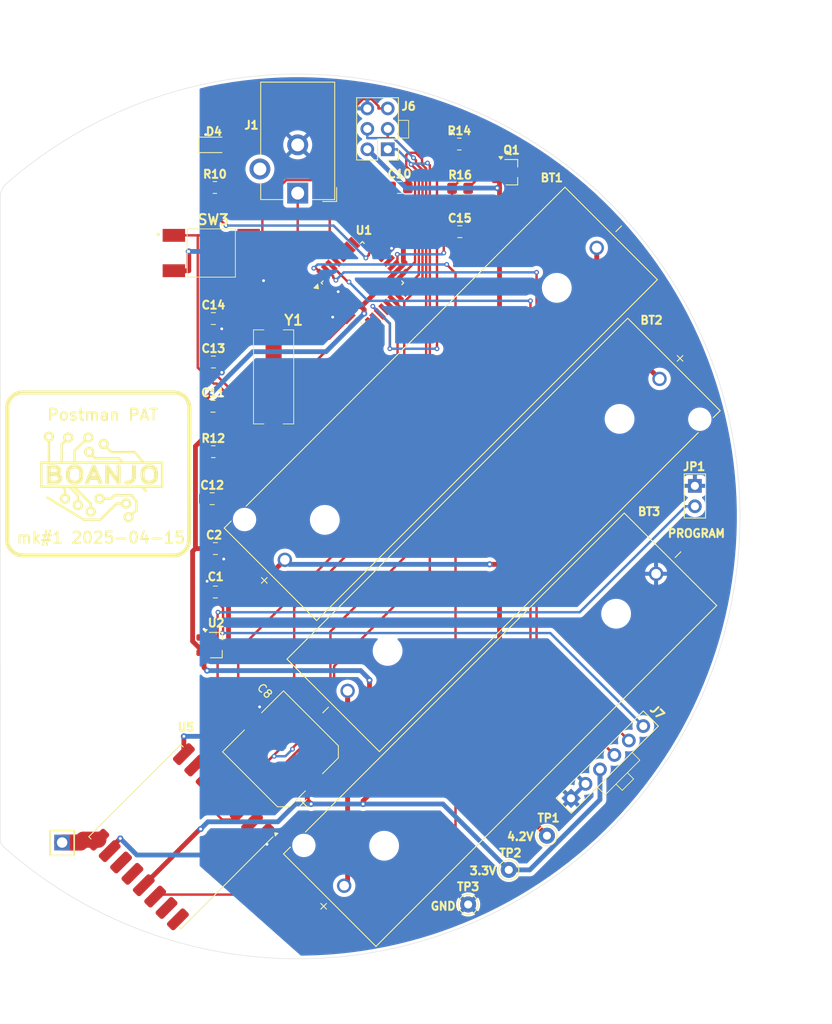
<source format=kicad_pcb>
(kicad_pcb (version 20241229) (generator "pcbnew") (generator_version "9.0")
  (layers (0 "F.Cu" signal) (2 "B.Cu" signal) (13 "F.Paste" user) (15 "B.Paste" user) (5 "F.SilkS" user "F.Silkscreen") (7 "B.SilkS" user "B.Silkscreen") (1 "F.Mask" user) (3 "B.Mask" user) (25 "Edge.Cuts" user))
  (net 0 "")
  (net 1 "ANTENNA")
  (net 2 "GND")
  (net 3 "RAW")
  (net 4 "+3.3V")
  (net 5 "Net-(J7-Pin_6)")
  (net 6 "Net-(J6-~{RST})")
  (net 7 "Net-(U1-XTAL2{slash}PB7)")
  (net 8 "Net-(U1-XTAL1{slash}PB6)")
  (net 9 "Net-(D4-A)")
  (net 10 "MOSI")
  (net 11 "SCK")
  (net 12 "MISO")
  (net 13 "TXD")
  (net 14 "RXD")
  (net 15 "Net-(U5-RESET)")
  (net 16 "Net-(U1-PC0)")
  (net 17 "Net-(U1-ADC6)")
  (net 18 "SWITCH_PIN")
  (net 26 "NSS")
  (net 30 "Net-(Q1-Pad3)")
  (net 32 "DIO0")
  (net 39 "BAT2")
  (net 40 "BAT1")
  (net 41 "DIVIDER_CTRL")
  (footprint "Capacitor_SMD:C_0805_2012Metric_Pad1.18x1.45mm_HandSolder" (layer "F.Cu") (at 116.333422 69.629078)
    (property "Reference" "C10")
    (property "Value" "0.1uF")
  )
  (footprint "boan_devices:Battery Holder 1xAA" (layer "F.Cu") (at 121.466822 96.533178 45)
    (property "Reference" "BT1")
    (property "Value" "Battery_Holder_1xAA")
  )
  (footprint "Package_QFP:TQFP-32_7x7mm_P0.8mm" (layer "F.Cu") (at 111.720922 81.479078 45)
    (property "Reference" "U1")
    (property "Value" "ATmega328P-A")
  )
  (footprint "boan_devices:AVR ISP 6p" (layer "F.Cu") (at 114.870922 64.879078 180)
    (property "Reference" "J6")
    (property "Value" "ISP MEGA")
  )
  (footprint "boan_devices:Antenna 868MHz" (layer "F.Cu") (at 74.370922 151.179078)
    (property "Reference" "AE1" (hide yes))
    (property "Value" "Antenna" (hide yes))
  )
  (footprint "Resistor_SMD:R_0805_2012Metric_Pad1.20x1.40mm_HandSolder" (layer "F.Cu") (at 123.770922 64.229078)
    (property "Reference" "R14")
    (property "Value" "100k")
  )
  (footprint "Connector_Pin:Pin_D1.0mm_L10.0mm" (layer "F.Cu") (at 129.920922 154.479078)
    (property "Reference" "TP2")
    (property "Value" "3.3V" (hide yes))
  )
  (footprint "Capacitor_SMD:C_0805_2012Metric_Pad1.18x1.45mm_HandSolder" (layer "F.Cu") (at 93.033422 108.329078)
    (property "Reference" "C12")
    (property "Value" "0.1uF")
  )
  (footprint "Package_TO_SOT_SMD:SOT-23_Handsoldering" (layer "F.Cu") (at 130.270922 67.729078)
    (property "Reference" "Q1")
    (property "Value" "ISS55EP06LMXTSA1")
  )
  (footprint "boan_devices:Jumper 2p" (layer "F.Cu") (at 153.070922 108.029078)
    (property "Reference" "JP1")
    (property "Value" "~")
  )
  (footprint "Capacitor_SMD:C_0805_2012Metric_Pad1.18x1.45mm_HandSolder" (layer "F.Cu") (at 93.433422 114.529078)
    (property "Reference" "C2")
    (property "Value" "4.7uF")
  )
  (footprint "boan_devices:FTDI 6p" (layer "F.Cu") (at 137.670922 145.579078 135)
    (property "Reference" "J7")
    (property "Value" "FTDI MEGA")
  )
  (footprint "Resistor_SMD:R_0805_2012Metric_Pad1.20x1.40mm_HandSolder" (layer "F.Cu") (at 93.370922 69.629078)
    (property "Reference" "R10")
    (property "Value" "1k")
  )
  (footprint "LED_SMD:LED_0805_2012Metric_Pad1.15x1.40mm_HandSolder" (layer "F.Cu") (at 93.245922 64.329078)
    (property "Reference" "D4")
    (property "Value" "BLUE")
  )
  (footprint "Capacitor_SMD:CP_Elec_10x10.5" (layer "F.Cu") (at 101.901122 139.798878 135)
    (property "Reference" "C8")
    (property "Value" "470uF")
  )
  (footprint "Capacitor_SMD:C_0805_2012Metric_Pad1.18x1.45mm_HandSolder" (layer "F.Cu") (at 93.133422 96.829078)
    (property "Reference" "C11")
    (property "Value" "0.1uF")
  )
  (footprint "Capacitor_SMD:C_0805_2012Metric_Pad1.18x1.45mm_HandSolder" (layer "F.Cu") (at 123.833422 75.129078)
    (property "Reference" "C15")
    (property "Value" "0.1uF")
  )
  (footprint "boan_devices:Crystal SMD FOXSDLF08020" (layer "F.Cu") (at 100.670922 93.179078 90)
    (property "Reference" "Y1")
    (property "Value" "Crystal" (hide yes))
  )
  (footprint "Resistor_SMD:R_0805_2012Metric_Pad1.20x1.40mm_HandSolder" (layer "F.Cu") (at 93.170922 102.479078)
    (property "Reference" "R12")
    (property "Value" "10k")
  )
  (footprint "Resistor_SMD:R_0805_2012Metric_Pad1.20x1.40mm_HandSolder" (layer "F.Cu") (at 123.870922 69.729078)
    (property "Reference" "R16")
    (property "Value" "560k")
  )
  (footprint "boan_devices:Jack DC" (layer "F.Cu") (at 103.670922 70.329078 180)
    (property "Reference" "J1")
    (property "Value" "Jack-DC")
  )
  (footprint "Capacitor_SMD:C_0805_2012Metric_Pad1.18x1.45mm_HandSolder" (layer "F.Cu") (at 93.183422 91.329078)
    (property "Reference" "C13")
    (property "Value" "22pF")
  )
  (footprint "Capacitor_SMD:C_0805_2012Metric_Pad1.18x1.45mm_HandSolder" (layer "F.Cu") (at 93.183422 85.929078)
    (property "Reference" "C14")
    (property "Value" "22pF")
  )
  (footprint "boan_devices:Battery Holder 1xAA" (layer "F.Cu") (at 129.275022 112.824978 -135)
    (property "Reference" "BT2")
    (property "Value" "Battery_Holder_1xAA")
  )
  (footprint "Package_TO_SOT_SMD:SOT-23_Handsoldering" (layer "F.Cu") (at 93.520922 126.529078)
    (property "Reference" "U2")
    (property "Value" "MCP1700x-330xxTT")
  )
  (footprint "Connector_Pin:Pin_D1.0mm_L10.0mm" (layer "F.Cu") (at 134.670922 150.229078)
    (property "Reference" "TP1")
    (property "Value" "3.7V" (hide yes))
  )
  (footprint "boan_devices:Battery Holder 1xAA" (layer "F.Cu") (at 128.845922 137.054078 45)
    (property "Reference" "BT3")
    (property "Value" "Battery_Holder_1xAA")
  )
  (footprint "Capacitor_SMD:C_0805_2012Metric_Pad1.18x1.45mm_HandSolder" (layer "F.Cu") (at 93.433422 119.929078 180)
    (property "Reference" "C1")
    (property "Value" "1uF")
  )
  (footprint "boan_devices:HOPERF_RFM9XW_SMD" (layer "F.Cu") (at 89.142122 150.358378 -135)
    (property "Reference" "U5")
    (property "Value" "RFM95W-868S2")
  )
  (footprint "boan_devices:tactile smd 13019319" (layer "F.Cu") (at 92.070922 77.779078)
    (property "Reference" "SW3")
    (property "Value" "RESET ATMEGA" (hide yes))
  )
  (footprint "Connector_Pin:Pin_D1.0mm_L10.0mm" (layer "F.Cu") (at 124.870922 158.779078)
    (property "Reference" "TP3")
    (property "Value" "GND" (hide yes))
  )
  (gr_line (start 77.929655 109.423487) (end 77.929655 108.923487) (stroke (width 0.1)) (layer "F.SilkS"))
  (gr_line (start 83.401085 102.522557) (end 84.433111 103.759404) (stroke (width 0.3)) (layer "F.SilkS"))
  (gr_line (start 83.004668 107.887397) (end 83.628121 108.686788) (stroke (width 0.3)) (layer "F.SilkS"))
  (gr_line (start 79.869682 101.890068) (end 80.485149 102.528286) (stroke (width 0.3)) (layer "F.SilkS"))
  (gr_circle (center 77.729655 102.523487) (end 78.229655 102.523487) (stroke (width 0.3)) (fill no) (layer "F.SilkS"))
  (gr_line (start 74.729655 107.823487) (end 74.729655 107.173487) (stroke (width 0.3)) (layer "F.SilkS"))
  (gr_circle (center 82.629655 110.623487) (end 83.129655 110.623487) (stroke (width 0.3)) (fill no) (layer "F.SilkS"))
  (gr_line (start 90.202797 97.204452) (end 90.163425 113.465443) (stroke (width 0.508)) (layer "F.SilkS"))
  (gr_circle (center 76.329655 109.123487) (end 76.829655 109.123487) (stroke (width 0.3)) (fill no) (layer "F.SilkS"))
  (gr_line (start 74.795421 101.095358) (end 74.321009 101.56977) (stroke (width 0.3)) (layer "F.SilkS"))
  (gr_circle (center 72.729655 100.623487) (end 73.229655 100.623487) (stroke (width 0.3)) (fill no) (layer "F.SilkS"))
  (gr_line (start 75.913603 102.356424) (end 75.913603 103.788612) (stroke (width 0.3)) (layer "F.SilkS"))
  (gr_line (start 86.807128 103.838307) (end 86.807128 106.838099) (stroke (width 0.3)) (layer "F.SilkS"))
  (gr_arc (start 67.542186 97.026564) (mid 68.148735 95.627117) (end 69.58469 95.11293) (stroke (width 0.508)) (layer "F.SilkS"))
  (gr_arc (start 68.82372 115.379076) (mid 68.814024 115.37506) (end 68.810008 115.365364) (stroke (width 0.3048)) (layer "F.SilkS"))
  (gr_line (start 74.729655 107.173487) (end 74.429655 106.873487) (stroke (width 0.3)) (layer "F.SilkS"))
  (gr_line (start 71.782246 103.838307) (end 86.807128 103.838307) (stroke (width 0.3)) (layer "F.SilkS"))
  (gr_line (start 72.729655 101.123487) (end 72.729655 103.765697) (stroke (width 0.3)) (layer "F.SilkS"))
  (gr_circle (center 79.529655 101.523487) (end 80.029655 101.523487) (stroke (width 0.3)) (fill no) (layer "F.SilkS"))
  (gr_arc (start 69.447186 115.365364) (mid 68.053368 114.757883) (end 67.543711 113.325398) (stroke (width 0.508)) (layer "F.SilkS"))
  (gr_line (start 76.329655 107.923487) (end 75.329655 106.923487) (stroke (width 0.3)) (layer "F.SilkS"))
  (gr_line (start 83.628121 108.686788) (end 83.628121 109.774898) (stroke (width 0.3)) (layer "F.SilkS"))
  (gr_line (start 81.429655 108.923487) (end 81.15914 108.923487) (stroke (width 0.3)) (layer "F.SilkS"))
  (gr_line (start 74.321009 101.56977) (end 74.321009 103.765697) (stroke (width 0.3)) (layer "F.SilkS"))
  (gr_circle (center 77.929655 109.923487) (end 78.429655 109.923487) (stroke (width 0.3)) (fill no) (layer "F.SilkS"))
  (gr_line (start 86.807128 106.838099) (end 71.782246 106.838099) (stroke (width 0.3)) (layer "F.SilkS"))
  (gr_line (start 81.829655 108.923487) (end 81.429655 108.923487) (stroke (width 0.3)) (layer "F.SilkS"))
  (gr_line (start 79.123516 110.936117) (end 77.06625 110.936117) (stroke (width 0.3)) (layer "F.SilkS"))
  (gr_line (start 78.067033 102.892508) (end 78.476289 103.29013) (stroke (width 0.3)) (layer "F.SilkS"))
  (gr_line (start 77.06625 110.936117) (end 72.516191 108.179571) (stroke (width 0.3)) (layer "F.SilkS"))
  (gr_line (start 69.58469 95.11293) (end 88.237827 95.11293) (stroke (width 0.508)) (layer "F.SilkS"))
  (gr_line (start 78.476289 103.29013) (end 81.429655 103.29013) (stroke (width 0.3)) (layer "F.SilkS"))
  (gr_circle (center 74.729655 108.323487) (end 75.229655 108.323487) (stroke (width 0.3)) (fill no) (layer "F.SilkS"))
  (gr_line (start 69.447186 115.379077) (end 88.120922 115.379078) (stroke (width 0.508)) (layer "F.SilkS"))
  (gr_line (start 77.929655 108.923487) (end 75.929655 106.923487) (stroke (width 0.3)) (layer "F.SilkS"))
  (gr_line (start 84.329834 106.838099) (end 84.766271 107.351754) (stroke (width 0.3)) (layer "F.SilkS"))
  (gr_circle (center 82.329655 108.923487) (end 82.829655 108.923487) (stroke (width 0.3)) (fill no) (layer "F.SilkS"))
  (gr_line (start 80.870853 107.890103) (end 83.004668 107.887397) (stroke (width 0.3)) (layer "F.SilkS"))
  (gr_circle (center 75.129655 100.723487) (end 75.629655 100.723487) (stroke (width 0.3)) (fill no) (layer "F.SilkS"))
  (gr_line (start 76.329655 108.623487) (end 76.329655 107.923487) (stroke (width 0.3)) (layer "F.SilkS"))
  (gr_line (start 77.929655 109.423487) (end 77.929655 108.923487) (stroke (width 0.3)) (layer "F.SilkS"))
  (gr_line (start 81.15914 108.923487) (end 79.123516 110.936117) (stroke (width 0.3)) (layer "F.SilkS"))
  (gr_line (start 79.529655 108.323487) (end 80.429655 108.323487) (stroke (width 0.3)) (layer "F.SilkS"))
  (gr_line (start 77.250024 101.048879) (end 75.913603 102.356424) (stroke (width 0.3)) (layer "F.SilkS"))
  (gr_line (start 80.485149 102.528286) (end 83.401085 102.522557) (stroke (width 0.3)) (layer "F.SilkS"))
  (gr_line (start 67.542186 113.331496) (end 67.542186 97.026564) (stroke (width 0.508)) (layer "F.SilkS"))
  (gr_arc (start 88.255887 95.112674) (mid 89.671019 95.710162) (end 90.202541 97.151369) (stroke (width 0.508)) (layer "F.SilkS"))
  (gr_line (start 71.782246 106.838099) (end 71.782246 103.838307) (stroke (width 0.3)) (layer "F.SilkS"))
  (gr_line (start 81.429655 103.29013) (end 81.85136 103.725348) (stroke (width 0.3)) (layer "F.SilkS"))
  (gr_line (start 80.429655 108.323487) (end 80.870853 107.890103) (stroke (width 0.3)) (layer "F.SilkS"))
  (gr_circle (center 79.029655 108.323487) (end 79.529655 108.323487) (stroke (width 0.3)) (fill no) (layer "F.SilkS"))
  (gr_circle (center 77.629655 100.723487) (end 78.129655 100.723487) (stroke (width 0.3)) (fill no) (layer "F.SilkS"))
  (gr_line (start 83.628121 109.774898) (end 83.010995 110.300099) (stroke (width 0.3)) (layer "F.SilkS"))
  (gr_arc (start 90.163425 113.465443) (mid 89.556877 114.864891) (end 88.120922 115.379078) (stroke (width 0.508)) (layer "F.SilkS"))
  (gr_arc (start 66.668408 70.830686) (mid 66.838619 69.97498) (end 67.323337 69.249547) (stroke (width 0.05)) (layer "Edge.Cuts"))
  (gr_arc (start 67.323337 69.249547) (mid 158.679835 110.712229) (end 67.052402 151.572691) (stroke (width 0.05)) (layer "Edge.Cuts"))
  (gr_arc (start 67.054792 151.572691) (mid 66.772155 151.149695) (end 66.672906 150.650737) (stroke (width 0.05)) (layer "Edge.Cuts"))
  (gr_line (start 66.67293 150.650737) (end 66.668408 70.830678) (stroke (width 0.05)) (layer "Edge.Cuts"))
  (gr_text "mk#1 2025-04-15" (at 68.564713 113.987964 0) (layer "F.SilkS") (effects (font (size 1.4 1.4) (thickness 0.25) (bold yes)) (justify left bottom)))
  (gr_text "4.2V" (at 129.570922 150.929078 0) (layer "F.SilkS") (effects (font (size 1 1) (thickness 0.25)) (justify left bottom)))
  (gr_text "GND" (at 120.070922 159.579078 0) (layer "F.SilkS") (effects (font (size 1 1) (thickness 0.25)) (justify left bottom)))
  (gr_text "Postman PAT" (at 72.383111 98.709404 0) (layer "F.SilkS") (effects (font (size 1.4 1.4) (thickness 0.25) (bold yes)) (justify left bottom)))
  (gr_text "BOANJO" (at 71.782246 106.592744 0) (layer "F.SilkS") (effects (font (size 2 2.5) (thickness 0.5) (bold yes)) (justify left bottom)))
  (gr_text "3.3V" (at 124.920922 155.179078 0) (layer "F.SilkS") (effects (font (size 1 1) (thickness 0.25)) (justify left bottom)))
  (gr_text "PROGRAM" (at 149.570922 113.229078 0) (layer "F.SilkS") (effects (font (size 1 1) (thickness 0.25)) (justify left bottom)))
  (segment (start 76.647922 151.079078) (end 76.996922 150.729078) (width 2) (layer "F.Cu") (net 1))
  (segment (start 76.996922 150.729078) (end 78.870922 150.729078) (width 2) (layer "F.Cu") (net 1))
  (segment (start 74.370922 151.079078) (end 76.647922 151.079078) (width 2) (layer "F.Cu") (net 1))
  (segment (start 78.870922 150.729078) (end 78.871422 150.729578) (width 2) (layer "F.Cu") (net 1))
  (segment (start 108.998922 84.767078) (end 108.019922 85.745978) (width 0.6) (layer "F.Cu") (net 2))
  (segment (start 94.170922 96.829078) (end 94.170922 95.563978) (width 0.6) (layer "F.Cu") (net 2))
  (segment (start 92.020922 125.579078) (end 92.020922 124.555778) (width 0.6) (layer "F.Cu") (net 2))
  (segment (start 99.412922 150.427578) (end 99.412822 150.427478) (width 0.6) (layer "F.Cu") (net 2))
  (segment (start 92.395922 119.929078) (end 92.395922 118.589478) (width 0.6) (layer "F.Cu") (net 2))
  (segment (start 81.606922 150.573078) (end 80.285922 151.895078) (width 0.6) (layer "F.Cu") (net 2))
  (segment (start 114.442922 78.191078) (end 115.312922 77.321978) (width 0.5498) (layer "F.Cu") (net 2))
  (segment (start 89.512922 140.087678) (end 89.512922 138.980678) (width 0.6) (layer "F.Cu") (net 2))
  (segment (start 89.512922 138.980678) (end 89.513322 138.981078) (width 0.6) (layer "F.Cu") (net 2))
  (segment (start 94.220922 92.623978) (end 94.220922 91.329078) (width 0.6) (layer "F.Cu") (net 2))
  (segment (start 80.285922 151.895078) (end 80.285922 152.019578) (width 0.6) (layer "F.Cu") (net 2))
  (segment (start 89.512922 138.980678) (end 89.512922 137.873778) (width 0.6) (layer "F.Cu") (net 2))
  (segment (start 98.930922 135.520678) (end 98.931322 135.521078) (width 0.6) (layer "F.Cu") (net 2))
  (segment (start 88.270922 79.979078) (end 90.124922 79.979078) (width 0.6) (layer "F.Cu") (net 2))
  (segment (start 98.931322 135.521078) (end 98.931322 136.829078) (width 0.6) (layer "F.Cu") (net 2))
  (segment (start 80.285922 152.019578) (end 80.285922 152.144078) (width 0.6) (layer "F.Cu") (net 2))
  (segment (start 108.735922 82.766678) (end 108.702922 82.733378) (width 0.5498) (layer "F.Cu") (net 2))
  (segment (start 94.220922 87.201878) (end 94.220922 85.929078) (width 0.6) (layer "F.Cu") (net 2))
  (segment (start 99.424922 79.979078) (end 99.424922 81.210978) (width 0.6) (layer "F.Cu") (net 2))
  (segment (start 122.770922 62.950278) (end 122.770922 64.229078) (width 0.6) (layer "F.Cu") (net 2))
  (segment (start 98.930922 134.212378) (end 98.930922 135.520678) (width 0.6) (layer "F.Cu") (net 2))
  (segment (start 80.285622 152.019878) (end 80.285622 152.143778) (width 0.6) (layer "F.Cu") (net 2))
  (segment (start 90.124922 79.979078) (end 90.124922 77.583078) (width 0.6) (layer "F.Cu") (net 2))
  (segment (start 108.702922 82.582078) (end 108.702922 82.697678) (width 0.6) (layer "F.Cu") (net 2))
  (segment (start 124.870922 75.129078) (end 124.870922 73.849178) (width 0.6) (layer "F.Cu") (net 2))
  (segment (start 99.412922 150.868078) (end 99.412922 150.427578) (width 0.6) (layer "F.Cu") (net 2))
  (segment (start 99.848922 151.304078) (end 99.412922 150.868078) (width 0.6) (layer "F.Cu") (net 2))
  (segment (start 98.930922 135.520678) (end 98.930922 136.829078) (width 0.6) (layer "F.Cu") (net 2))
  (segment (start 92.220922 63.055178) (end 92.220922 64.329078) (width 0.6) (layer "F.Cu") (net 2))
  (segment (start 80.285922 152.019578) (end 80.285622 152.019878) (width 0.6) (layer "F.Cu") (net 2))
  (segment (start 97.570922 79.979078) (end 99.424922 79.979078) (width 0.6) (layer "F.Cu") (net 2))
  (segment (start 89.513322 138.981078) (end 89.513322 140.087678) (width 0.6) (layer "F.Cu") (net 2))
  (segment (start 107.866922 83.635778) (end 108.735922 82.766678) (width 0.5498) (layer "F.Cu") (net 2))
  (segment (start 115.312922 77.321978) (end 115.278922 77.288678) (width 0.5498) (layer "F.Cu") (net 2))
  (segment (start 99.412922 150.427578) (end 99.412922 149.987078) (width 0.6) (layer "F.Cu") (net 2))
  (segment (start 115.278922 77.288678) (end 115.278922 77.252878) (width 0.5498) (layer "F.Cu") (net 2))
  (segment (start 108.702922 82.733378) (end 108.702922 82.697678) (width 0.5498) (layer "F.Cu") (net 2))
  (segment (start 117.370922 69.629078) (end 117.370922 68.312878) (width 0.6) (layer "F.Cu") (net 2))
  (segment (start 94.470922 115.827078) (end 94.470922 114.529078) (width 0.6) (layer "F.Cu") (net 2))
  (segment (start 99.412822 150.427478) (end 99.412822 149.987178) (width 0.6) (layer "F.Cu") (net 2))
  (segment (start 115.278922 77.252878) (end 115.343922 77.187778) (width 0.6) (layer "F.Cu") (net 2))
  (via (at 124.870922 73.849178) (size 0.7564) (drill 0.35) (layers "F.Cu" "B.Cu") (net 2))
  (via (at 99.424922 81.210978) (size 0.7564) (drill 0.35) (layers "F.Cu" "B.Cu") (net 2))
  (via (at 94.170922 95.563978) (size 0.7564) (drill 0.35) (layers "F.Cu" "B.Cu") (net 2))
  (via (at 94.220922 92.623978) (size 0.7564) (drill 0.35) (layers "F.Cu" "B.Cu") (net 2))
  (via (at 92.395922 118.589478) (size 0.7564) (drill 0.35) (layers "F.Cu" "B.Cu") (net 2))
  (via (at 108.019922 85.745978) (size 0.7564) (drill 0.35) (layers "F.Cu" "B.Cu") (net 2))
  (via (at 115.343922 77.187778) (size 0.7564) (drill 0.35) (layers "F.Cu" "B.Cu") (net 2))
  (via (at 94.220922 87.201878) (size 0.7564) (drill 0.35) (layers "F.Cu" "B.Cu") (net 2))
  (via (at 90.124922 77.583078) (size 0.7564) (drill 0.35) (layers "F.Cu" "B.Cu") (net 2))
  (via (at 99.848922 151.304078) (size 0.7564) (drill 0.35) (layers "F.Cu" "B.Cu") (net 2))
  (via (at 117.370922 68.312878) (size 0.7564) (drill 0.35) (layers "F.Cu" "B.Cu") (net 2))
  (via (at 122.770922 62.950278) (size 0.7564) (drill 0.35) (layers "F.Cu" "B.Cu") (net 2))
  (via (at 92.220922 63.055178) (size 0.7564) (drill 0.35) (layers "F.Cu" "B.Cu") (net 2))
  (via (at 92.020922 124.555778) (size 0.7564) (drill 0.35) (layers "F.Cu" "B.Cu") (net 2))
  (via (at 94.470922 115.827078) (size 0.7564) (drill 0.35) (layers "F.Cu" "B.Cu") (net 2))
  (via (at 108.702922 82.582078) (size 0.7564) (drill 0.35) (layers "F.Cu" "B.Cu") (net 2))
  (via (at 89.512922 137.873778) (size 0.7564) (drill 0.35) (layers "F.Cu" "B.Cu") (net 2))
  (via (at 98.930922 134.212378) (size 0.7564) (drill 0.35) (layers "F.Cu" "B.Cu") (net 2))
  (via (at 81.606922 150.573078) (size 0.7564) (drill 0.35) (layers "F.Cu" "B.Cu") (net 2))
  (segment (start 93.786922 137.873778) (end 89.512922 137.873778) (width 0.6) (layer "B.Cu") (net 2))
  (segment (start 93.786922 77.583078) (end 90.124922 77.583078) (width 0.6) (layer "B.Cu") (net 2))
  (segment (start 93.943922 152.632078) (end 83.665922 152.632078) (width 0.6) (layer "B.Cu") (net 2))
  (segment (start 83.665922 152.632078) (end 81.606922 150.573078) (width 0.6) (layer "B.Cu") (net 2))
  (segment (start 128.485922 69.698278) (end 128.770922 69.698278) (width 0.6) (layer "F.Cu") (net 3))
  (segment (start 127.546922 116.486478) (end 128.770922 116.486478) (width 0.6) (layer "F.Cu") (net 3))
  (segment (start 95.020922 126.529078) (end 95.066922 126.482878) (width 0.6) (layer "F.Cu") (net 3))
  (segment (start 128.770922 69.698278) (end 128.770922 68.679078) (width 0.6) (layer "F.Cu") (net 3))
  (segment (start 128.770922 144.329078) (end 128.770922 116.486478) (width 0.6) (layer "F.Cu") (net 3))
  (segment (start 102.070922 115.929078) (end 97.520922 120.479078) (width 0.6) (layer "F.Cu") (net 3))
  (segment (start 134.670922 150.229078) (end 128.770922 144.329078) (width 0.6) (layer "F.Cu") (net 3))
  (segment (start 97.520922 120.479078) (end 95.066922 120.479078) (width 0.6) (layer "F.Cu") (net 3))
  (segment (start 95.020922 120.479078) (end 94.470922 119.929078) (width 0.6) (layer "F.Cu") (net 3))
  (segment (start 128.770922 116.486478) (end 128.770922 69.698278) (width 0.6) (layer "F.Cu") (net 3))
  (segment (start 95.066922 126.482878) (end 95.066922 120.479078) (width 0.6) (layer "F.Cu") (net 3))
  (segment (start 95.066922 120.479078) (end 95.020922 120.479078) (width 0.6) (layer "F.Cu") (net 3))
  (via (at 127.546922 116.486478) (size 0.7564) (drill 0.35) (layers "F.Cu" "B.Cu") (net 3))
  (via (at 128.485922 69.698278) (size 0.7564) (drill 0.35) (layers "F.Cu" "B.Cu") (net 3))
  (segment (start 112.330922 64.879078) (end 117.149922 69.698278) (width 0.6) (layer "B.Cu") (net 3))
  (segment (start 117.149922 69.698278) (end 128.485922 69.698278) (width 0.6) (layer "B.Cu") (net 3))
  (segment (start 102.070922 115.929078) (end 102.627922 116.486478) (width 0.6) (layer "B.Cu") (net 3))
  (segment (start 102.627922 116.486478) (end 127.546922 116.486478) (width 0.6) (layer "B.Cu") (net 3))
  (segment (start 84.527922 156.386078) (end 85.156922 155.757478) (width 0.6) (layer "F.Cu") (net 4))
  (segment (start 110.450922 84.445978) (end 109.319922 83.314678) (width 0.6) (layer "F.Cu") (net 4))
  (segment (start 92.020922 127.479078) (end 92.020922 129.320922) (width 0.6) (layer "F.Cu") (net 4))
  (segment (start 84.528222 156.386478) (end 85.156922 155.757778) (width 0.6) (layer "F.Cu") (net 4))
  (segment (start 114.878122 81.150178) (end 111.582922 84.445978) (width 0.6) (layer "F.Cu") (net 4))
  (segment (start 112.6 145.1) (end 111.8 145.9) (width 0.6) (layer "F.Cu") (net 4))
  (segment (start 114.878222 81.150178) (end 114.878122 81.150178) (width 0.6) (layer "F.Cu") (net 4))
  (segment (start 111.582922 84.445978) (end 110.450922 84.445978) (width 0.6) (layer "F.Cu") (net 4))
  (segment (start 109.751522 85.145478) (end 109.564222 85.332778) (width 0.5498) (layer "F.Cu") (net 4))
  (segment (start 104.870922 145.818078) (end 105.340922 146.289078) (width 0.6) (layer "F.Cu") (net 4))
  (segment (start 92.020922 129.320922) (end 92.4 129.7) (width 0.6) (layer "F.Cu") (net 4))
  (segment (start 92.956922 95.179878) (end 92.095922 96.040678) (width 0.6) (layer "F.Cu") (net 4))
  (segment (start 116.140322 79.888078) (end 114.878222 81.150178) (width 0.6) (layer "F.Cu") (net 4))
  (segment (start 90.601922 114.877678) (end 90.601922 126.059778) (width 0.6) (layer "F.Cu") (net 4))
  (segment (start 110.449822 84.446978) (end 109.563922 85.332778) (width 0.6) (layer "F.Cu") (net 4))
  (segment (start 104.870922 142.769078) (end 104.870922 145.818078) (width 0.6) (layer "F.Cu") (net 4))
  (segment (start 110.449922 84.447078) (end 110.449822 84.446978) (width 0.6) (layer "F.Cu") (net 4))
  (segment (start 92.225922 100.533778) (end 94.170922 102.479078) (width 0.6) (layer "F.Cu") (net 4))
  (segment (start 112.6 130.9) (end 112.6 145.1) (width 0.6) (layer "F.Cu") (net 4))
  (segment (start 111.8 145.9) (end 111.8 146.289078) (width 0.6) (layer "F.Cu") (net 4))
  (segment (start 116.812922 77.940478) (end 116.812922 78.787278) (width 0.6) (layer "F.Cu") (net 4))
  (segment (start 92.095922 96.829078) (end 92.095922 100.404078) (width 0.6) (layer "F.Cu") (net 4))
  (segment (start 91.5572 149.3572) (end 85.156922 155.757478) (width 0.6) (layer "F.Cu") (net 4))
  (segment (start 90.949922 114.529078) (end 90.949922 101.809178) (width 0.6) (layer "F.Cu") (net 4))
  (segment (start 116.139922 79.888078) (end 114.878122 81.150178) (width 0.6) (layer "F.Cu") (net 4))
  (segment (start 92.395922 114.529078) (end 90.949922 114.529078) (width 0.6) (layer "F.Cu") (net 4))
  (segment (start 111.935922 84.799178) (end 111.935922 85.302478) (width 0.6) (layer "F.Cu") (net 4))
  (segment (start 116.811922 77.938978) (end 116.812922 77.940478) (width 0.6) (layer "F.Cu") (net 4))
  (segment (start 92.095922 96.040678) (end 92.095922 96.829078) (width 0.6) (layer "F.Cu") (net 4))
  (segment (start 92.095922 100.404078) (end 92.225922 100.533778) (width 0.6) (layer "F.Cu") (net 4))
  (segment (start 91.5572 149.3572) (end 91.6 149.4) (width 0.6) (layer "F.Cu") (net 4))
  (segment (start 109.319922 83.314678) (end 108.432922 84.201478) (width 0.6) (layer "F.Cu") (net 4))
  (segment (start 116.811922 71.144878) (end 116.811922 77.938978) (width 0.6) (layer "F.Cu") (net 4))
  (segment (start 110.450922 84.445978) (end 110.449822 84.446978) (width 0.6) (layer "F.Cu") (net 4))
  (segment (start 90.949922 114.529078) (end 90.601922 114.877678) (width 0.6) (layer "F.Cu") (net 4))
  (segment (start 90.601922 126.059778) (end 92.020922 127.479078) (width 0.6) (layer "F.Cu") (net 4))
  (segment (start 111.582922 84.445978) (end 111.935922 84.799178) (width 0.6) (layer "F.Cu") (net 4))
  (segment (start 85.156922 155.757778) (end 85.156922 155.757478) (width 0.6) (layer "F.Cu") (net 4))
  (segment (start 116.812922 78.787278) (end 117.026922 79.001178) (width 0.6) (layer "F.Cu") (net 4))
  (segment (start 109.751522 85.145478) (end 110.449922 84.447078) (width 0.6) (layer "F.Cu") (net 4))
  (segment (start 117.026922 79.001178) (end 116.139922 79.888078) (width 0.6) (layer "F.Cu") (net 4))
  (segment (start 90.949922 101.809178) (end 92.225922 100.533778) (width 0.6) (layer "F.Cu") (net 4))
  (segment (start 115.295922 69.629078) (end 116.811922 71.144878) (width 0.6) (layer "F.Cu") (net 4))
  (segment (start 104.870922 142.769078) (end 104.870922 142.768678) (width 0.6) (layer "F.Cu") (net 4))
  (via (at 105.340922 146.289078) (size 0.7564) (drill 0.35) (layers "F.Cu" "B.Cu") (net 4))
  (via (at 92.956922 95.179878) (size 0.7564) (drill 0.35) (layers "F.Cu" "B.Cu") (net 4))
  (via (at 112.6 130.9) (size 0.7564) (drill 0.35) (layers "F.Cu" "B.Cu") (net 4))
  (via (at 111.8 146.289078) (size 0.7564) (drill 0.35) (layers "F.Cu" "B.Cu") (net 4))
  (via (at 91.6 149.4) (size 0.7564) (drill 0.35) (layers "F.Cu" "B.Cu") (net 4))
  (via (at 111.935922 85.302478) (size 0.7564) (drill 0.35) (layers "F.Cu" "B.Cu") (net 4))
  (via (at 92.4 129.7) (size 0.7564) (drill 0.35) (layers "F.Cu" "B.Cu") (net 4))
  (segment (start 129.920922 154.479078) (end 132.533922 154.479078) (width 0.6) (layer "B.Cu") (net 4))
  (segment (start 111.935922 85.302478) (end 107.191922 90.045978) (width 0.6) (layer "B.Cu") (net 4))
  (segment (start 98.090922 90.045978) (end 92.956922 95.179878) (width 0.6) (layer "B.Cu") (net 4))
  (segment (start 103.410922 146.289078) (end 105.340922 146.289078) (width 0.6) (layer "B.Cu") (net 4))
  (segment (start 91.6 149.4) (end 92.5 148.5) (width 0.6) (layer "B.Cu") (net 4))
  (segment (start 111.8 146.289078) (end 105.340922 146.289078) (width 0.6) (layer "B.Cu") (net 4))
  (segment (start 111.5 129.7) (end 112 130.2) (width 0.6) (layer "B.Cu") (net 4))
  (segment (start 129.920922 154.479078) (end 121.730922 146.289078) (width 0.6) (layer "B.Cu") (net 4))
  (segment (start 141.262922 145.750078) (end 141.262922 143.128078) (width 0.6) (layer "B.Cu") (net 4))
  (segment (start 141.262922 143.128078) (end 141.263022 143.127978) (width 0.6) (layer "B.Cu") (net 4))
  (segment (start 141.263022 143.127978) (end 141.263022 141.986978) (width 0.6) (layer "B.Cu") (net 4))
  (segment (start 92.5 148.5) (end 101.2 148.5) (width 0.6) (layer "B.Cu") (net 4))
  (segment (start 141.262922 143.128078) (end 141.262922 141.987078) (width 0.6) (layer "B.Cu") (net 4))
  (segment (start 112 130.2) (end 112.6 130.8) (width 0.6) (layer "B.Cu") (net 4))
  (segment (start 112.6 130.8) (end 112.6 130.9) (width 0.6) (layer "B.Cu") (net 4))
  (segment (start 121.730922 146.289078) (end 111.8 146.289078) (width 0.6) (layer "B.Cu") (net 4))
  (segment (start 92.4 129.7) (end 111.5 129.7) (width 0.6) (layer "B.Cu") (net 4))
  (segment (start 107.191922 90.045978) (end 98.090922 90.045978) (width 0.6) (layer "B.Cu") (net 4))
  (segment (start 101.2 148.5) (end 103.410922 146.289078) (width 0.6) (layer "B.Cu") (net 4))
  (segment (start 132.533922 154.479078) (end 141.262922 145.750078) (width 0.6) (layer "B.Cu") (net 4))
  (segment (start 93.514922 108.885478) (end 93.514922 121.038678) (width 0.3) (layer "F.Cu") (net 5))
  (segment (start 94.070922 108.329078) (end 93.514922 108.885478) (width 0.3) (layer "F.Cu") (net 5))
  (segment (start 94.387922 121.912178) (end 94.387922 124.955778) (width 0.3) (layer "F.Cu") (net 5))
  (segment (start 93.514922 121.038678) (end 94.387922 121.912178) (width 0.3) (layer "F.Cu") (net 5))
  (segment (start 94.387922 124.955778) (end 94.312922 125.030778) (width 0.3) (layer "F.Cu") (net 5))
  (via (at 94.312922 125.030778) (size 0.6) (drill 0.3) (layers "F.Cu" "B.Cu") (net 5))
  (segment (start 94.312922 125.030778) (end 135.082922 125.030778) (width 0.3) (layer "B.Cu") (net 5))
  (segment (start 135.082922 125.030778) (end 140.866922 130.814778) (width 0.3) (layer "B.Cu") (net 5))
  (segment (start 140.866922 130.814778) (end 146.650922 136.598778) (width 0.3) (layer "B.Cu") (net 5))
  (segment (start 140.866922 130.814778) (end 140.867222 130.814778) (width 0.3) (layer "B.Cu") (net 5))
  (segment (start 140.867222 130.814778) (end 146.651222 136.598778) (width 0.3) (layer "B.Cu") (net 5))
  (segment (start 95.097922 95.524878) (end 93.580922 94.008078) (width 0.3) (layer "F.Cu") (net 6))
  (segment (start 97.570922 75.579078) (end 91.240922 75.579078) (width 0.3) (layer "F.Cu") (net 6))
  (segment (start 107.651922 68.709178) (end 107.651922 77.975878) (width 0.3) (layer "F.Cu") (net 6))
  (segment (start 92.170922 108.154078) (end 92.170922 103.511678) (width 0.3) (layer "F.Cu") (net 6))
  (segment (start 113.716922 59.510578) (end 112.834922 58.628478) (width 0.3) (layer "F.Cu") (net 6))
  (segment (start 93.580922 94.008078) (end 93.217922 94.008078) (width 0.3) (layer "F.Cu") (net 6))
  (segment (start 94.792922 103.511678) (end 95.097922 103.206378) (width 0.3) (layer "F.Cu") (net 6))
  (segment (start 99.274922 75.579078) (end 99.274922 71.690678) (width 0.3) (layer "F.Cu") (net 6))
  (segment (start 102.256922 68.709178) (end 107.651922 68.709178) (width 0.3) (layer "F.Cu") (net 6))
  (segment (start 114.870922 59.799078) (end 113.716922 59.799078) (width 0.3) (layer "F.Cu") (net 6))
  (segment (start 91.995922 108.329078) (end 92.170922 108.154078) (width 0.3) (layer "F.Cu") (net 6))
  (segment (start 92.170922 103.511678) (end 94.792922 103.511678) (width 0.3) (layer "F.Cu") (net 6))
  (segment (start 97.570922 75.579078) (end 99.274922 75.579078) (width 0.3) (layer "F.Cu") (net 6))
  (segment (start 107.651922 62.774278) (end 107.651922 68.709178) (width 0.3) (layer "F.Cu") (net 6))
  (segment (start 99.274922 71.690678) (end 102.256922 68.709178) (width 0.3) (layer "F.Cu") (net 6))
  (segment (start 113.716922 59.799078) (end 113.716922 59.510578) (width 0.3) (layer "F.Cu") (net 6))
  (segment (start 107.651922 77.975878) (end 108.432922 78.756678) (width 0.3) (layer "F.Cu") (net 6))
  (segment (start 93.217922 94.008078) (end 91.240922 92.030878) (width 0.3) (layer "F.Cu") (net 6))
  (segment (start 112.834922 58.628478) (end 111.797922 58.628478) (width 0.3) (layer "F.Cu") (net 6))
  (segment (start 111.797922 58.628478) (end 107.651922 62.774278) (width 0.3) (layer "F.Cu") (net 6))
  (segment (start 95.097922 103.206378) (end 95.097922 95.524878) (width 0.3) (layer "F.Cu") (net 6))
  (segment (start 92.170922 103.511678) (end 92.170922 102.479078) (width 0.3) (layer "F.Cu") (net 6))
  (segment (start 91.240922 75.579078) (end 88.270922 75.579078) (width 0.3) (layer "F.Cu") (net 6))
  (segment (start 91.240922 92.030878) (end 91.240922 75.579078) (width 0.3) (layer "F.Cu") (net 6))
  (segment (start 92.145922 91.329078) (end 92.145922 91.549778) (width 0.3) (layer "F.Cu") (net 7))
  (segment (start 98.524922 97.929078) (end 100.670922 97.929078) (width 0.3) (layer "F.Cu") (net 7))
  (segment (start 106.335422 90.824478) (end 101.974922 95.184778) (width 0.3) (layer "F.Cu") (net 7))
  (segment (start 109.914922 87.244978) (end 109.914922 87.244878) (width 0.3) (layer "F.Cu") (net 7))
  (segment (start 92.145922 91.549778) (end 98.524922 97.929078) (width 0.3) (layer "F.Cu") (net 7))
  (segment (start 101.974922 95.184778) (end 101.974922 97.929078) (width 0.3) (layer "F.Cu") (net 7))
  (segment (start 106.335422 90.824478) (end 109.914922 87.244978) (width 0.3) (layer "F.Cu") (net 7))
  (segment (start 110.695922 86.464178) (end 106.335422 90.824478) (width 0.3) (layer "F.Cu") (net 7))
  (segment (start 101.974922 97.929078) (end 100.670922 97.929078) (width 0.3) (layer "F.Cu") (net 7))
  (segment (start 110.695622 86.464178) (end 109.914922 87.244878) (width 0.3) (layer "F.Cu") (net 7))
  (segment (start 107.598922 88.429078) (end 100.670922 88.429078) (width 0.3) (layer "F.Cu") (net 8))
  (segment (start 92.145922 85.929078) (end 92.145922 86.141478) (width 0.3) (layer "F.Cu") (net 8))
  (segment (start 110.129922 85.898478) (end 107.598922 88.429078) (width 0.3) (layer "F.Cu") (net 8))
  (segment (start 94.433922 88.429078) (end 100.670922 88.429078) (width 0.3) (layer "F.Cu") (net 8))
  (segment (start 92.145922 86.141478) (end 94.433922 88.429078) (width 0.3) (layer "F.Cu") (net 8))
  (segment (start 94.370922 64.429078) (end 94.370922 69.629078) (width 0.3) (layer "F.Cu") (net 9))
  (segment (start 94.270922 64.329078) (end 94.370922 64.429078) (width 0.3) (layer "F.Cu") (net 9))
  (segment (start 96.584422 147.158678) (end 96.338022 147.405078) (width 0.3) (layer "F.Cu") (net 10))
  (segment (start 96.294922 147.405078) (end 96.337922 147.405078) (width 0.3) (layer "F.Cu") (net 10))
  (segment (start 116.920922 83.850878) (end 119.190922 81.580578) (width 0.3) (layer "F.Cu") (net 10))
  (segment (start 95.470922 148.229078) (end 96.294922 147.405078) (width 0.3) (layer "F.Cu") (net 10))
  (segment (start 96.337922 147.405078) (end 96.584922 147.159078) (width 0.3) (layer "F.Cu") (net 10))
  (segment (start 116.920922 108.189778) (end 103.233922 121.877378) (width 0.3) (layer "F.Cu") (net 10))
  (segment (start 118.376922 66.647378) (end 118.376922 66.248878) (width 0.3) (layer "F.Cu") (net 10))
  (segment (start 116.530422 83.460478) (end 116.920922 83.850878) (width 0.3) (layer "F.Cu") (net 10))
  (segment (start 94.270922 148.229078) (end 95.470922 148.229078) (width 0.3) (layer "F.Cu") (net 10))
  (segment (start 116.920922 83.850878) (end 116.920922 108.189778) (width 0.3) (layer "F.Cu") (net 10))
  (segment (start 119.190922 81.580578) (end 119.190922 67.461678) (width 0.3) (layer "F.Cu") (net 10))
  (segment (start 93.504922 146.066078) (end 93.504922 147.463078) (width 0.3) (layer "F.Cu") (net 10))
  (segment (start 103.233922 121.877378) (end 103.233922 136.336878) (width 0.3) (layer "F.Cu") (net 10))
  (segment (start 93.504922 147.463078) (end 94.270922 148.229078) (width 0.3) (layer "F.Cu") (net 10))
  (segment (start 119.190922 67.461678) (end 118.376922 66.647378) (width 0.3) (layer "F.Cu") (net 10))
  (segment (start 103.233922 136.336878) (end 93.504922 146.066078) (width 0.3) (layer "F.Cu") (net 10))
  (segment (start 116.530422 83.460478) (end 116.140322 83.070378) (width 0.3) (layer "F.Cu") (net 10))
  (segment (start 96.338022 147.405078) (end 96.294922 147.405078) (width 0.3) (layer "F.Cu") (net 10))
  (segment (start 116.139922 83.070078) (end 116.530422 83.460478) (width 0.3) (layer "F.Cu") (net 10))
  (segment (start 118.376922 66.248878) (end 118.064922 65.936978) (width 0.3) (layer "F.Cu") (net 10))
  (segment (start 116.140322 83.070378) (end 116.140322 83.070078) (width 0.3) (layer "F.Cu") (net 10))
  (via (at 118.064922 65.936978) (size 0.6) (drill 0.3) (layers "F.Cu" "B.Cu") (net 10))
  (segment (start 112.330922 63.493178) (end 115.620922 63.493178) (width 0.3) (layer "B.Cu") (net 10))
  (segment (start 112.330922 62.339078) (end 112.330922 63.493178) (width 0.3) (layer "B.Cu") (net 10))
  (segment (start 115.620922 63.493178) (end 118.064922 65.936978) (width 0.3) (layer "B.Cu") (net 10))
  (segment (start 119.645922 112.927978) (end 119.645922 67.273578) (width 0.3) (layer "F.Cu") (net 11))
  (segment (start 119.645922 67.273578) (end 119.132922 66.760778) (width 0.3) (layer "F.Cu") (net 11))
  (segment (start 117.096422 80.063378) (end 116.705922 80.453778) (width 0.3) (layer "F.Cu") (net 11))
  (segment (start 117.168922 67.009078) (end 118.266922 68.107578) (width 0.3) (layer "F.Cu") (net 11))
  (segment (start 107.740922 133.174178) (end 107.740922 124.832978) (width 0.3) (layer "F.Cu") (net 11))
  (segment (start 95.170222 145.744478) (end 100.562922 140.351778) (width 0.3) (layer "F.Cu") (net 11))
  (segment (start 117.168922 65.596878) (end 117.168922 67.009078) (width 0.3) (layer "F.Cu") (net 11))
  (segment (start 105.016322 137.339778) (end 105.016322 135.898578) (width 0.3) (layer "F.Cu") (net 11))
  (segment (start 118.266922 68.107578) (end 118.266922 78.892378) (width 0.3) (layer "F.Cu") (net 11))
  (segment (start 119.132922 66.760778) (end 119.132922 66.096978) (width 0.3) (layer "F.Cu") (net 11))
  (segment (start 116.706022 80.453778) (end 117.096422 80.063378) (width 0.3) (layer "F.Cu") (net 11))
  (segment (start 107.740922 124.832978) (end 119.645922 112.927978) (width 0.3) (layer "F.Cu") (net 11))
  (segment (start 117.486922 79.673078) (end 117.096422 80.063378) (width 0.3) (layer "F.Cu") (net 11))
  (segment (start 103.022622 139.333478) (end 105.016322 137.339778) (width 0.3) (layer "F.Cu") (net 11))
  (segment (start 117.449922 65.316178) (end 117.168922 65.596878) (width 0.3) (layer "F.Cu") (net 11))
  (segment (start 100.562922 140.351778) (end 100.738622 140.351778) (width 0.3) (layer "F.Cu") (net 11))
  (segment (start 105.016322 135.898578) (end 107.740922 133.174178) (width 0.3) (layer "F.Cu") (net 11))
  (segment (start 117.449922 65.316178) (end 115.626922 63.493178) (width 0.3) (layer "F.Cu") (net 11))
  (segment (start 114.870922 63.493178) (end 114.870922 62.339078) (width 0.3) (layer "F.Cu") (net 11))
  (segment (start 118.351922 65.316178) (end 117.449922 65.316178) (width 0.3) (layer "F.Cu") (net 11))
  (segment (start 119.132922 66.096978) (end 118.351922 65.316178) (width 0.3) (layer "F.Cu") (net 11))
  (segment (start 103.022622 139.469478) (end 103.022622 139.333478) (width 0.3) (layer "F.Cu") (net 11))
  (segment (start 118.266922 78.892378) (end 117.486922 79.673078) (width 0.3) (layer "F.Cu") (net 11))
  (segment (start 115.626922 63.493178) (end 114.870922 63.493178) (width 0.3) (layer "F.Cu") (net 11))
  (segment (start 95.169922 145.744078) (end 105.016322 135.898578) (width 0.3) (layer "F.Cu") (net 11))
  (via (at 103.022622 139.469478) (size 0.6) (drill 0.3) (layers "F.Cu" "B.Cu") (net 11))
  (via (at 100.738622 140.351778) (size 0.6) (drill 0.3) (layers "F.Cu" "B.Cu") (net 11))
  (segment (start 102.140322 140.351778) (end 103.022622 139.469478) (width 0.3) (layer "B.Cu") (net 11))
  (segment (start 100.738622 140.351778) (end 102.140322 140.351778) (width 0.3) (layer "B.Cu") (net 11))
  (segment (start 97.998622 148.572978) (end 97.998822 148.572978) (width 0.3) (layer "F.Cu") (net 12))
  (segment (start 120.099922 66.873178) (end 119.815922 66.589878) (width 0.3) (layer "F.Cu") (net 12))
  (segment (start 97.998922 148.573078) (end 102.229922 144.342078) (width 0.3) (layer "F.Cu") (net 12))
  (segment (start 108.194922 135.151878) (end 108.194922 129.165578) (width 0.3) (layer "F.Cu") (net 12))
  (segment (start 117.203122 82.007278) (end 117.203122 82.007078) (width 0.3) (layer "F.Cu") (net 12))
  (segment (start 120.099922 117.260578) (end 120.099922 66.873178) (width 0.3) (layer "F.Cu") (net 12))
  (segment (start 117.772922 66.758978) (end 118.736922 67.723278) (width 0.3) (layer "F.Cu") (net 12))
  (segment (start 108.194922 129.165578) (end 120.099922 117.260578) (width 0.3) (layer "F.Cu") (net 12))
  (segment (start 117.203122 82.007078) (end 116.705922 82.504378) (width 0.3) (layer "F.Cu") (net 12))
  (segment (start 116.706022 82.504378) (end 117.203122 82.007278) (width 0.3) (layer "F.Cu") (net 12))
  (segment (start 97.998822 148.572978) (end 97.998922 148.573078) (width 0.3) (layer "F.Cu") (net 12))
  (segment (start 102.229922 141.117078) (end 108.194922 135.151878) (width 0.3) (layer "F.Cu") (net 12))
  (segment (start 102.229922 144.342078) (end 102.229922 141.117078) (width 0.3) (layer "F.Cu") (net 12))
  (segment (start 118.736922 80.473078) (end 117.203122 82.007078) (width 0.3) (layer "F.Cu") (net 12))
  (segment (start 118.736922 67.723278) (end 118.736922 80.473078) (width 0.3) (layer "F.Cu") (net 12))
  (via (at 117.772922 66.758978) (size 0.6) (drill 0.3) (layers "F.Cu" "B.Cu") (net 12))
  (via (at 119.815922 66.589878) (size 0.6) (drill 0.3) (layers "F.Cu" "B.Cu") (net 12))
  (segment (start 117.805922 66.659578) (end 116.024922 64.879078) (width 0.3) (layer "B.Cu") (net 12))
  (segment (start 119.815922 66.589878) (end 119.746922 66.659578) (width 0.3) (layer "B.Cu") (net 12))
  (segment (start 117.805922 66.726478) (end 117.805922 66.659578) (width 0.3) (layer "B.Cu") (net 12))
  (segment (start 117.772922 66.758978) (end 117.805922 66.726478) (width 0.3) (layer "B.Cu") (net 12))
  (segment (start 119.746922 66.659578) (end 117.805922 66.659578) (width 0.3) (layer "B.Cu") (net 12))
  (segment (start 116.024922 64.879078) (end 114.870922 64.879078) (width 0.3) (layer "B.Cu") (net 12))
  (segment (start 110.045922 81.372978) (end 109.917922 81.372978) (width 0.3) (layer "F.Cu") (net 13))
  (segment (start 139.783522 136.915378) (end 132.618922 129.750678) (width 0.3) (layer "F.Cu") (net 13))
  (segment (start 142.242922 139.374778) (end 139.783522 136.915378) (width 0.3) (layer "F.Cu") (net 13))
  (segment (start 109.917922 81.372978) (end 108.892422 80.347678) (width 0.3) (layer "F.Cu") (net 13))
  (segment (start 142.243022 139.374778) (end 142.242922 139.374778) (width 0.3) (layer "F.Cu") (net 13))
  (segment (start 143.059122 140.190878) (end 142.243022 139.374778) (width 0.3) (layer "F.Cu") (net 13))
  (segment (start 107.867222 79.322378) (end 108.648022 80.103078) (width 0.3) (layer "F.Cu") (net 13))
  (segment (start 108.892422 80.347678) (end 108.647922 80.103178) (width 0.3) (layer "F.Cu") (net 13))
  (segment (start 108.647922 80.103178) (end 108.648022 80.103078) (width 0.3) (layer "F.Cu") (net 13))
  (segment (start 132.618922 129.750678) (end 132.618922 83.720778) (width 0.3) (layer "F.Cu") (net 13))
  (segment (start 108.892422 80.347678) (end 107.866922 79.322378) (width 0.3) (layer "F.Cu") (net 13))
  (segment (start 143.058922 140.190878) (end 139.783522 136.915378) (width 0.3) (layer "F.Cu") (net 13))
  (via (at 110.045922 81.372978) (size 0.6) (drill 0.3) (layers "F.Cu" "B.Cu") (net 13))
  (via (at 132.618922 83.720778) (size 0.6) (drill 0.3) (layers "F.Cu" "B.Cu") (net 13))
  (segment (start 112.393922 83.720778) (end 110.045922 81.372978) (width 0.3) (layer "B.Cu") (net 13))
  (segment (start 132.618922 83.720778) (end 112.393922 83.720778) (width 0.3) (layer "B.Cu") (net 13))
  (segment (start 107.301522 79.888078) (end 108.081922 80.668478) (width 0.3) (layer "F.Cu") (net 14))
  (segment (start 108.081922 80.668778) (end 108.081922 80.819378) (width 0.3) (layer "F.Cu") (net 14))
  (segment (start 107.301922 79.888078) (end 108.081922 80.668778) (width 0.3) (layer "F.Cu") (net 14))
  (segment (start 108.081922 80.819378) (end 108.419922 81.156978) (width 0.3) (layer "F.Cu") (net 14))
  (segment (start 144.854922 138.394878) (end 139.116922 132.656678) (width 0.3) (layer "F.Cu") (net 14))
  (segment (start 139.116922 132.656678) (end 133.378922 126.918478) (width 0.3) (layer "F.Cu") (net 14))
  (segment (start 139.116922 132.656678) (end 144.855122 138.394878) (width 0.3) (layer "F.Cu") (net 14))
  (segment (start 108.081922 80.668478) (end 108.081922 80.668778) (width 0.3) (layer "F.Cu") (net 14))
  (segment (start 133.378922 126.918478) (end 133.378922 80.179678) (width 0.3) (layer "F.Cu") (net 14))
  (via (at 108.419922 81.156978) (size 0.6) (drill 0.3) (layers "F.Cu" "B.Cu") (net 14))
  (via (at 133.378922 80.179678) (size 0.6) (drill 0.3) (layers "F.Cu" "B.Cu") (net 14))
  (segment (start 133.378922 80.179678) (end 109.396922 80.179678) (width 0.3) (layer "B.Cu") (net 14))
  (segment (start 109.396922 80.179678) (end 108.419922 81.156978) (width 0.3) (layer "B.Cu") (net 14))
  (segment (start 93.708922 122.487878) (end 93.708922 141.549078) (width 0.3) (layer "F.Cu") (net 15))
  (segment (start 93.025422 142.232578) (end 92.341922 142.916078) (width 0.3) (layer "F.Cu") (net 15))
  (segment (start 93.708922 141.549078) (end 93.025422 142.232578) (width 0.3) (layer "F.Cu") (net 15))
  (segment (start 93.025322 142.232578) (end 92.341822 142.916078) (width 0.3) (layer "F.Cu") (net 15))
  (segment (start 93.752922 122.443578) (end 93.708922 122.487878) (width 0.3) (layer "F.Cu") (net 15))
  (segment (start 93.025422 142.232578) (end 93.025322 142.232578) (width 0.3) (layer "F.Cu") (net 15))
  (via (at 93.752922 122.443578) (size 0.6) (drill 0.3) (layers "F.Cu" "B.Cu") (net 15))
  (segment (start 153.070922 109.269078) (end 151.916922 109.269078) (width 0.3) (layer "B.Cu") (net 15))
  (segment (start 138.741922 122.443578) (end 93.752922 122.443578) (width 0.3) (layer "B.Cu") (net 15))
  (segment (start 151.916922 109.269078) (end 138.741922 122.443578) (width 0.3) (layer "B.Cu") (net 15))
  (segment (start 112.530922 77.840378) (end 112.530922 78.008878) (width 0.3) (layer "F.Cu") (net 16))
  (segment (start 113.311922 77.059678) (end 112.530922 77.840378) (width 0.3) (layer "F.Cu") (net 16))
  (segment (start 92.370922 71.977978) (end 94.754922 74.362178) (width 0.3) (layer "F.Cu") (net 16))
  (segment (start 92.370922 69.629078) (end 92.370922 71.977978) (width 0.3) (layer "F.Cu") (net 16))
  (segment (start 112.530922 78.008878) (end 112.149922 78.390478) (width 0.3) (layer "F.Cu") (net 16))
  (via (at 112.149922 78.390478) (size 0.6) (drill 0.3) (layers "F.Cu" "B.Cu") (net 16))
  (via (at 94.754922 74.362178) (size 0.6) (drill 0.3) (layers "F.Cu" "B.Cu") (net 16))
  (segment (start 108.120922 74.362178) (end 112.149922 78.390478) (width 0.3) (layer "B.Cu") (net 16))
  (segment (start 94.754922 74.362178) (end 108.120922 74.362178) (width 0.3) (layer "B.Cu") (net 16))
  (segment (start 124.770922 67.829078) (end 122.870922 69.729078) (width 0.3) (layer "F.Cu") (net 17))
  (segment (start 122.870922 69.729078) (end 122.870922 75.054078) (width 0.3) (layer "F.Cu") (net 17))
  (segment (start 124.770922 64.229078) (end 124.770922 67.829078) (width 0.3) (layer "F.Cu") (net 17))
  (segment (start 115.574922 79.322378) (end 115.823922 79.073078) (width 0.3) (layer "F.Cu") (net 17))
  (segment (start 116.072922 77.956978) (end 116.052922 77.936778) (width 0.3) (layer "F.Cu") (net 17))
  (segment (start 122.795922 75.129078) (end 121.838922 76.085578) (width 0.3) (layer "F.Cu") (net 17))
  (segment (start 115.823922 79.073078) (end 116.072922 78.823778) (width 0.3) (layer "F.Cu") (net 17))
  (segment (start 122.870922 75.054078) (end 122.795922 75.129078) (width 0.3) (layer "F.Cu") (net 17))
  (segment (start 115.823922 79.073078) (end 115.574622 79.322378) (width 0.3) (layer "F.Cu") (net 17))
  (segment (start 121.838922 76.085578) (end 121.838922 77.763378) (width 0.3) (layer "F.Cu") (net 17))
  (segment (start 116.072922 78.823778) (end 116.072922 77.956978) (width 0.3) (layer "F.Cu") (net 17))
  (via (at 121.838922 77.763378) (size 0.6) (drill 0.3) (layers "F.Cu" "B.Cu") (net 17))
  (via (at 116.052922 77.936778) (size 0.6) (drill 0.3) (layers "F.Cu" "B.Cu") (net 17))
  (segment (start 116.052922 77.936778) (end 121.665922 77.936778) (width 0.3) (layer "B.Cu") (net 17))
  (segment (start 121.665922 77.936778) (end 121.838922 77.763378) (width 0.3) (layer "B.Cu") (net 17))
  (segment (start 103.670922 79.439478) (end 103.670922 70.329078) (width 0.3) (layer "F.Cu") (net 18))
  (segment (start 106.735822 82.504378) (end 103.670922 79.439478) (width 0.3) (layer "F.Cu") (net 18))
  (segment (start 106.735922 82.504378) (end 103.670922 79.439478) (width 0.3) (layer "F.Cu") (net 18))
  (segment (start 116.092922 87.526978) (end 116.090922 87.528478) (width 0.3) (layer "F.Cu") (net 26))
  (segment (start 93.756022 144.329978) (end 93.755922 144.330078) (width 0.3) (layer "F.Cu") (net 26))
  (segment (start 116.092922 84.679278) (end 116.092922 87.526978) (width 0.3) (layer "F.Cu") (net 26))
  (segment (start 96.273922 141.812078) (end 93.756022 144.329978) (width 0.3) (layer "F.Cu") (net 26))
  (segment (start 116.090922 107.349678) (end 96.273922 127.166478) (width 0.3) (layer "F.Cu") (net 26))
  (segment (start 115.574622 83.635778) (end 115.964922 84.026078) (width 0.3) (layer "F.Cu") (net 26))
  (segment (start 116.354922 84.416478) (end 116.092922 84.679278) (width 0.3) (layer "F.Cu") (net 26))
  (segment (start 93.756022 144.329978) (end 93.756022 144.330278) (width 0.3) (layer "F.Cu") (net 26))
  (segment (start 96.273922 127.166478) (end 96.273922 141.812078) (width 0.3) (layer "F.Cu") (net 26))
  (segment (start 115.964922 84.026078) (end 116.354922 84.416478) (width 0.3) (layer "F.Cu") (net 26))
  (segment (start 115.574922 83.635778) (end 115.964922 84.026078) (width 0.3) (layer "F.Cu") (net 26))
  (segment (start 116.090922 87.528478) (end 116.090922 107.349678) (width 0.3) (layer "F.Cu") (net 26))
  (segment (start 126.870922 67.729178) (end 131.770922 67.729178) (width 0.3) (layer "F.Cu") (net 30))
  (segment (start 131.770922 67.729178) (end 131.770922 67.729078) (width 0.3) (layer "F.Cu") (net 30))
  (segment (start 124.870922 69.729078) (end 126.870922 67.729178) (width 0.3) (layer "F.Cu") (net 30))
  (segment (start 106.735822 80.453778) (end 106.735722 80.453778) (width 0.3) (layer "F.Cu") (net 32))
  (segment (start 105.672922 79.667278) (end 105.948922 79.667278) (width 0.3) (layer "F.Cu") (net 32))
  (segment (start 105.948922 79.667278) (end 106.465122 80.183178) (width 0.3) (layer "F.Cu") (net 32))
  (segment (start 123.3 80.3) (end 122.2 79.2) (width 0.3) (layer "F.Cu") (net 32))
  (segment (start 123.3 150.3) (end 123.3 80.3) (width 0.3) (layer "F.Cu") (net 32))
  (segment (start 85.942922 157.801078) (end 85.689922 158.053078) (width 0.3) (layer "F.Cu") (net 32))
  (segment (start 109.4 160.4) (end 113.2 160.4) (width 0.3) (layer "F.Cu") (net 32))
  (segment (start 85.942422 157.800678) (end 85.690022 158.053078) (width 0.3) (layer "F.Cu") (net 32))
  (segment (start 106.735722 80.453778) (end 106.465122 80.183178) (width 0.3) (layer "F.Cu") (net 32))
  (segment (start 85.942464 157.800677) (end 86.192134 157.551007) (width 0.3) (layer "F.Cu") (net 32))
  (segment (start 113.2 160.4) (end 123.3 150.3) (width 0.3) (layer "F.Cu") (net 32))
  (segment (start 106.551007 157.551007) (end 109.4 160.4) (width 0.3) (layer "F.Cu") (net 32))
  (segment (start 86.192134 157.551007) (end 106.551007 157.551007) (width 0.3) (layer "F.Cu") (net 32))
  (segment (start 106.465122 80.183178) (end 106.735922 80.453778) (width 0.3) (layer "F.Cu") (net 32))
  (via (at 122.2 79.2) (size 0.6) (drill 0.3) (layers "F.Cu" "B.Cu") (net 32))
  (via (at 105.672922 79.667278) (size 0.6) (drill 0.3) (layers "F.Cu" "B.Cu") (net 32))
  (segment (start 106.1402 79.2) (end 105.672922 79.667278) (width 0.3) (layer "B.Cu") (net 32))
  (segment (start 122.2 79.2) (end 106.1402 79.2) (width 0.3) (layer "B.Cu") (net 32))
  (segment (start 140.862922 80.746178) (end 140.862922 77.137278) (width 0.6) (layer "F.Cu") (net 39))
  (segment (start 140.862922 80.746178) (end 140.862722 80.745978) (width 0.6) (layer "F.Cu") (net 39))
  (segment (start 148.670922 93.429078) (end 140.862922 85.620878) (width 0.6) (layer "F.Cu") (net 39))
  (segment (start 140.862922 85.620878) (end 140.862922 80.746178) (width 0.6) (layer "F.Cu") (net 39))
  (segment (start 140.862722 80.745978) (end 140.862722 77.137278) (width 0.6) (layer "F.Cu") (net 39))
  (segment (start 109.878922 140.886878) (end 109.878922 156.021078) (width 0.6) (layer "F.Cu") (net 40))
  (segment (start 109.878922 156.021078) (end 109.450022 156.449978) (width 0.6) (layer "F.Cu") (net 40))
  (segment (start 109.878922 132.220878) (end 109.878922 140.886878) (width 0.6) (layer "F.Cu") (net 40))
  (segment (start 109.879122 140.886678) (end 109.879122 132.220878) (width 0.6) (layer "F.Cu") (net 40))
  (segment (start 109.450022 156.449978) (end 109.449922 156.450078) (width 0.6) (layer "F.Cu") (net 40))
  (segment (start 109.878922 140.886878) (end 109.879122 140.886678) (width 0.6) (layer "F.Cu") (net 40))
  (segment (start 124.210922 63.146178) (end 123.822922 63.534278) (width 0.3) (layer "F.Cu") (net 41))
  (segment (start 128.770922 66.779078) (end 128.770922 66.547978) (width 0.3) (layer "F.Cu") (net 41))
  (segment (start 125.368922 63.146178) (end 124.210922 63.146178) (width 0.3) (layer "F.Cu") (net 41))
  (segment (start 120.992922 67.688278) (end 120.992922 89.678178) (width 0.3) (layer "F.Cu") (net 41))
  (segment (start 113.877922 85.332778) (end 115.131922 86.587478) (width 0.3) (layer "F.Cu") (net 41))
  (segment (start 113.877622 85.332778) (end 113.012622 84.467778) (width 0.3) (layer "F.Cu") (net 41))
  (segment (start 115.131922 86.587478) (end 115.131922 89.678178) (width 0.3) (layer "F.Cu") (net 41))
  (segment (start 123.822922 63.534278) (end 123.822922 64.857778) (width 0.3) (layer "F.Cu") (net 41))
  (segment (start 128.770922 66.547978) (end 125.368922 63.146178) (width 0.3) (layer "F.Cu") (net 41))
  (segment (start 115.131922 89.678178) (end 115.132922 89.678178) (width 0.3) (layer "F.Cu") (net 41))
  (segment (start 123.822922 64.857778) (end 120.992922 67.688278) (width 0.3) (layer "F.Cu") (net 41))
  (segment (start 113.012622 84.467778) (end 113.012622 84.396178) (width 0.3) (layer "F.Cu") (net 41))
  (via (at 113.012622 84.396178) (size 0.6) (drill 0.3) (layers "F.Cu" "B.Cu") (net 41))
  (via (at 120.992922 89.678178) (size 0.6) (drill 0.3) (layers "F.Cu" "B.Cu") (net 41))
  (via (at 115.132922 89.678178) (size 0.6) (drill 0.3) (layers "F.Cu" "B.Cu") (net 41))
  (segment (start 115.132922 89.678178) (end 120.992922 89.678178) (width 0.3) (layer "B.Cu") (net 41))
  (segment (start 115.132922 86.516478) (end 115.132922 89.678178) (width 0.3) (layer "B.Cu") (net 41))
  (segment (start 113.012622 84.396178) (end 115.132922 86.516478) (width 0.3) (layer "B.Cu") (net 41))
  (zone (net 2) (net_name "GND") (layer "B.Cu") (connect_pads (clearance 0.5)) (min_thickness 0.25) (fill yes (thermal_gap 0.5) (thermal_bridge_width 0.5))
    (polygon (pts (xy 91.470922 153.986403) (xy 91.470922 57.329078) (xy 92.564535 57.052223) (xy 94.017448 56.77095) (xy 95.477448 56.529144) (xy 96.943464 56.326982) (xy 98.414419 56.164613) (xy 99.889233 56.042156) (xy 101.366823 55.9597) (xy 102.846105 55.917307) (xy 104.325992 55.915007) (xy 105.805399 55.952802) (xy 107.283238 56.030665) (xy 108.758425 56.148538) (xy 110.229878 56.306334) (xy 111.696515 56.503938) (xy 113.15726 56.741205) (xy 114.61104 57.017961) (xy 116.056789 57.334002) (xy 117.493445 57.689096) (xy 118.919953 58.082983) (xy 120.335266 58.515373) (xy 121.738345 58.985949) (xy 123.128159 59.494366) (xy 124.503689 60.040251) (xy 125.863924 60.623201) (xy 127.207866 61.242791) (xy 128.534529 61.898564) (xy 129.842938 62.590039) (xy 131.132132 63.316709) (xy 132.401166 64.07804) (xy 133.649107 64.873473) (xy 134.87504 65.702424) (xy 136.078065 66.564285) (xy 137.257297 67.458423) (xy 138.411872 68.384182) (xy 139.540941 69.340881) (xy 140.643677 70.327819) (xy 141.719269 71.34427) (xy 142.766928 72.389489) (xy 143.785884 73.462709) (xy 144.775389 74.563141) (xy 145.734718 75.689977) (xy 146.663165 76.842391) (xy 147.56005 78.019536) (xy 148.424713 79.220548) (xy 149.25652 80.444545) (xy 150.05486 81.690629) (xy 150.819147 82.957884) (xy 151.54882 84.245381) (xy 152.243344 85.552175) (xy 152.902208 86.877305) (xy 153.524928 88.219799) (xy 154.111048 89.578672) (xy 154.660138 90.952925) (xy 155.171793 92.341551) (xy 155.645639 93.743529) (xy 156.081327 95.15783) (xy 156.478539 96.583415) (xy 156.836981 98.01924) (xy 157.156391 99.464248) (xy 157.436535 100.917379) (xy 157.677206 102.377567) (xy 157.878229 103.84374) (xy 158.039455 105.31482) (xy 158.160766 106.789729) (xy 158.242074 108.267383) (xy 158.283318 109.746697) (xy 158.284468 111.226586) (xy 158.245523 112.705962) (xy 158.166512 114.183741) (xy 158.047493 115.658836) (xy 157.888553 117.130165) (xy 157.689809 118.596648) (xy 157.451407 120.057209) (xy 157.173522 121.510774) (xy 156.856358 122.956277) (xy 156.500148 124.392656) (xy 156.105152 125.818857) (xy 155.671662 127.233834) (xy 155.199996 128.636546) (xy 154.690499 130.025965) (xy 154.143546 131.40107) (xy 153.559539 132.760852) (xy 152.938905 134.104313) (xy 152.282102 135.430465) (xy 151.58961 136.738336) (xy 150.861938 138.026966) (xy 150.099621 139.295408) (xy 149.303219 140.542731) (xy 148.473315 141.768019) (xy 147.610519 142.970373) (xy 146.715465 144.148911) (xy 145.78881 145.302766) (xy 144.831234 146.431092) (xy 143.84344 147.53306) (xy 142.826153 148.607862) (xy 141.78012 149.654708) (xy 140.706109 150.67283) (xy 139.604908 151.66148) (xy 138.477327 152.619933) (xy 137.324192 153.547484) (xy 136.146351 154.443454) (xy 134.944667 155.307183) (xy 133.720024 156.138039) (xy 132.47332 156.935411) (xy 131.205471 157.698713) (xy 129.917408 158.427386) (xy 128.610075 159.120893) (xy 127.284433 159.778727) (xy 125.941455 160.400405) (xy 124.582128 160.985469) (xy 123.207448 161.53349) (xy 121.818425 162.044066) (xy 120.41608 162.516822) (xy 119.001441 162.951412) (xy 117.575546 163.347515) (xy 116.139444 163.704841) (xy 114.694188 164.023129) (xy 113.24084 164.302143) (xy 111.780465 164.54168) (xy 110.314137 164.741563) (xy 108.842931 164.901646) (xy 107.367929 165.021812) (xy 105.890212 165.101971) (xy 104.410867 165.142065) (xy 104.056006 165.143257)))
  )
)
</source>
